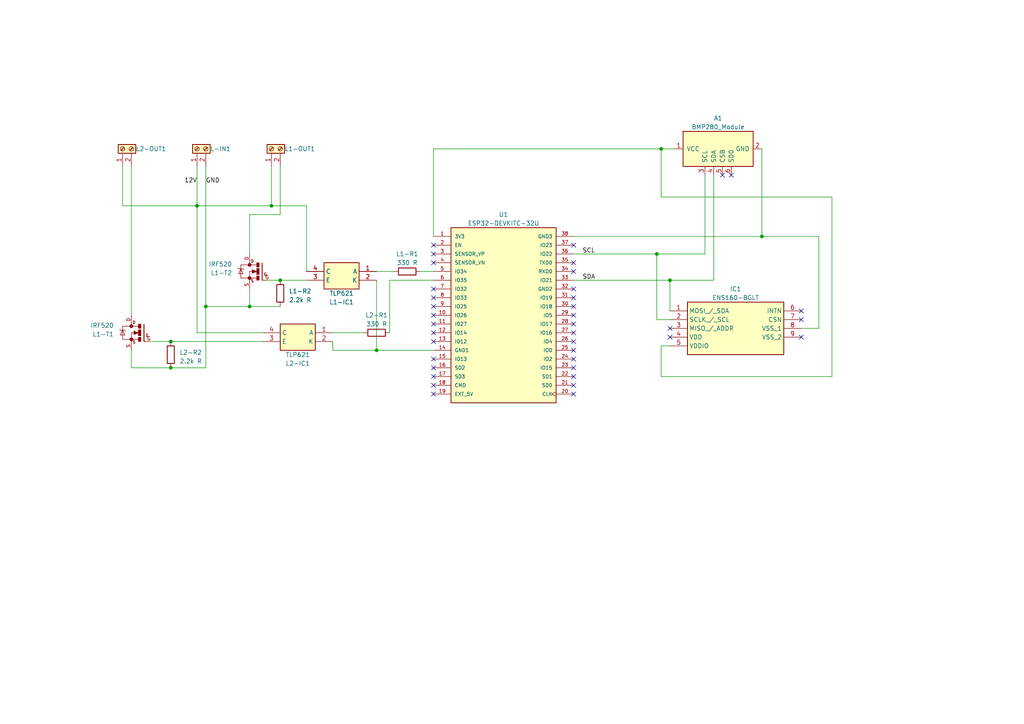
<source format=kicad_sch>
(kicad_sch (version 20230121) (generator eeschema)
  (paper "A4")
  (title_block (title "Olive Turtle Project") (date "2023-05-14") (rev "1.0"))
  (lib_symbols
    (symbol "Charleslabs_Parts:BMP280_Module" (pin_names (offset 1.016))
      (property "Reference" "A" (at -5.08 11.43 0))
      (property "Value" "BMP280_Module" (at 8.89 11.43 0))
      (symbol "BMP280_Module_0_1"
        (rectangle (start -5.08 10.16) (end 5.08 -10.16) (stroke (width 0.254)) (fill (type background)))
      )
      (symbol "BMP280_Module_1_1"
        (pin power_in line (at 0 12.7 270) (length 2.54) (name "VCC") (number "1"))
        (pin power_in line (at 0 -12.7 90) (length 2.54) (name "GND") (number "2"))
        (pin input line (at -7.62 3.81 0) (length 2.54) (name "SCL") (number "3"))
        (pin bidirectional line (at -7.62 1.27 0) (length 2.54) (name "SDA") (number "4"))
        (pin input line (at -7.62 -1.27 0) (length 2.54) (name "CSB") (number "5"))
        (pin input line (at -7.62 -3.81 0) (length 2.54) (name "SD0") (number "6"))
      )
    )
    (symbol "Connector:Screw_Terminal_01x02" (pin_names (offset 1.016) hide)
      (property "Reference" "J" (at 0 2.54 0))
      (property "Value" "Screw_Terminal_01x02" (at 0 -5.08 0))
      (symbol "Screw_Terminal_01x02_1_1"
        (rectangle (start -1.27 1.27) (end 1.27 -3.81) (stroke (width 0.254)) (fill (type background)))
        (circle (center 0 -2.54) (radius 0.635) (stroke (width 0.1524)))
        (polyline (pts (xy -0.5334 -2.2098) (xy 0.3302 -3.048)) (stroke (width 0.1524)))
        (polyline (pts (xy -0.5334 0.3302) (xy 0.3302 -0.508)) (stroke (width 0.1524)))
        (polyline (pts (xy -0.3556 -2.032) (xy 0.508 -2.8702)) (stroke (width 0.1524)))
        (polyline (pts (xy -0.3556 0.508) (xy 0.508 -0.3302)) (stroke (width 0.1524)))
        (circle (center 0 0) (radius 0.635) (stroke (width 0.1524)))
        (pin passive line (at -5.08 0 0) (length 3.81) (name "Pin_1") (number "1"))
        (pin passive line (at -5.08 -2.54 0) (length 3.81) (name "Pin_2") (number "2"))
      )
    )
    (symbol "Device:R" (pin_numbers hide) (pin_names (offset 0))
      (property "Reference" "R" (at 2.032 0 90))
      (property "Value" "R" (at 0 0 90))
      (symbol "R_0_1"
        (rectangle (start -1.016 -2.54) (end 1.016 2.54) (stroke (width 0.254)))
      )
      (symbol "R_1_1"
        (pin passive line (at 0 3.81 270) (length 1.27) (name "~") (number "1"))
        (pin passive line (at 0 -3.81 90) (length 1.27) (name "~") (number "2"))
      )
    )
    (symbol "ENS160-BGLT:ENS160-BGLT"
      (property "Reference" "IC" (at 34.29 7.62 0))
      (property "Value" "ENS160-BGLT" (at 34.29 5.08 0))
      (symbol "ENS160-BGLT_1_1"
        (rectangle (start 5.08 2.54) (end 33.02 -12.7) (stroke (width 0.254)) (fill (type background)))
        (pin passive line (at 0 0 0) (length 5.08) (name "MOSI_/_SDA") (number "1"))
        (pin passive line (at 0 -2.54 0) (length 5.08) (name "SCLK_/_SCL") (number "2"))
        (pin passive line (at 0 -5.08 0) (length 5.08) (name "MISO_/_ADDR") (number "3"))
        (pin passive line (at 0 -7.62 0) (length 5.08) (name "VDD") (number "4"))
        (pin passive line (at 0 -10.16 0) (length 5.08) (name "VDDIO") (number "5"))
        (pin passive line (at 38.1 0 180) (length 5.08) (name "INTN") (number "6"))
        (pin passive line (at 38.1 -2.54 180) (length 5.08) (name "CSN") (number "7"))
        (pin passive line (at 38.1 -5.08 180) (length 5.08) (name "VSS_1") (number "8"))
        (pin passive line (at 38.1 -7.62 180) (length 5.08) (name "VSS_2") (number "9"))
      )
    )
    (symbol "ESP32-DEVKITC-32U:ESP32-DEVKITC-32U" (pin_names (offset 1.016))
      (property "Reference" "U" (at -15.2572 26.0643 0))
      (property "Value" "ESP32-DEVKITC-32U" (at -15.2563 -27.9698 0))
      (symbol "ESP32-DEVKITC-32U_0_0"
        (rectangle (start -15.24 -25.4) (end 15.24 25.4) (stroke (width 0.254)) (fill (type background)))
        (pin power_in line (at -20.32 22.86 0) (length 5.08) (name "3V3") (number "1"))
        (pin bidirectional line (at -20.32 0 0) (length 5.08) (name "IO26") (number "10"))
        (pin bidirectional line (at -20.32 -2.54 0) (length 5.08) (name "IO27") (number "11"))
        (pin bidirectional line (at -20.32 -5.08 0) (length 5.08) (name "IO14") (number "12"))
        (pin bidirectional line (at -20.32 -7.62 0) (length 5.08) (name "IO12") (number "13"))
        (pin power_in line (at -20.32 -10.16 0) (length 5.08) (name "GND1") (number "14"))
        (pin bidirectional line (at -20.32 -12.7 0) (length 5.08) (name "IO13") (number "15"))
        (pin bidirectional line (at -20.32 -15.24 0) (length 5.08) (name "SD2") (number "16"))
        (pin bidirectional line (at -20.32 -17.78 0) (length 5.08) (name "SD3") (number "17"))
        (pin bidirectional line (at -20.32 -20.32 0) (length 5.08) (name "CMD") (number "18"))
        (pin power_in line (at -20.32 -22.86 0) (length 5.08) (name "EXT_5V") (number "19"))
        (pin input line (at -20.32 20.32 0) (length 5.08) (name "EN") (number "2"))
        (pin input clock (at 20.32 -22.86 180) (length 5.08) (name "CLK") (number "20"))
        (pin bidirectional line (at 20.32 -20.32 180) (length 5.08) (name "SD0") (number "21"))
        (pin bidirectional line (at 20.32 -17.78 180) (length 5.08) (name "SD1") (number "22"))
        (pin bidirectional line (at 20.32 -15.24 180) (length 5.08) (name "IO15") (number "23"))
        (pin bidirectional line (at 20.32 -12.7 180) (length 5.08) (name "IO2") (number "24"))
        (pin bidirectional line (at 20.32 -10.16 180) (length 5.08) (name "IO0") (number "25"))
        (pin bidirectional line (at 20.32 -7.62 180) (length 5.08) (name "IO4") (number "26"))
        (pin bidirectional line (at 20.32 -5.08 180) (length 5.08) (name "IO16") (number "27"))
        (pin bidirectional line (at 20.32 -2.54 180) (length 5.08) (name "IO17") (number "28"))
        (pin bidirectional line (at 20.32 0 180) (length 5.08) (name "IO5") (number "29"))
        (pin input line (at -20.32 17.78 0) (length 5.08) (name "SENSOR_VP") (number "3"))
        (pin bidirectional line (at 20.32 2.54 180) (length 5.08) (name "IO18") (number "30"))
        (pin bidirectional line (at 20.32 5.08 180) (length 5.08) (name "IO19") (number "31"))
        (pin power_in line (at 20.32 7.62 180) (length 5.08) (name "GND2") (number "32"))
        (pin bidirectional line (at 20.32 10.16 180) (length 5.08) (name "IO21") (number "33"))
        (pin input line (at 20.32 12.7 180) (length 5.08) (name "RXD0") (number "34"))
        (pin output line (at 20.32 15.24 180) (length 5.08) (name "TXD0") (number "35"))
        (pin bidirectional line (at 20.32 17.78 180) (length 5.08) (name "IO22") (number "36"))
        (pin bidirectional line (at 20.32 20.32 180) (length 5.08) (name "IO23") (number "37"))
        (pin power_in line (at 20.32 22.86 180) (length 5.08) (name "GND3") (number "38"))
        (pin input line (at -20.32 15.24 0) (length 5.08) (name "SENSOR_VN") (number "4"))
        (pin bidirectional line (at -20.32 12.7 0) (length 5.08) (name "IO34") (number "5"))
        (pin bidirectional line (at -20.32 10.16 0) (length 5.08) (name "IO35") (number "6"))
        (pin bidirectional line (at -20.32 7.62 0) (length 5.08) (name "IO32") (number "7"))
        (pin bidirectional line (at -20.32 5.08 0) (length 5.08) (name "IO33") (number "8"))
        (pin bidirectional line (at -20.32 2.54 0) (length 5.08) (name "IO25") (number "9"))
      )
    )
    (symbol "IRF520:IRF520" (pin_names (offset 1.016))
      (property "Reference" "Q" (at 7.6271 2.5424 0))
      (property "Value" "IRF520" (at 7.6205 0 0))
      (symbol "IRF520_0_0"
        (rectangle (start -0.254 -2.5402) (end 0.508 -1.27) (stroke (width 0.1)) (fill (type outline)))
        (rectangle (start -0.2542 -0.8897) (end 0.508 0.889) (stroke (width 0.1)) (fill (type outline)))
        (rectangle (start -0.2542 1.2709) (end 0.508 2.54) (stroke (width 0.1)) (fill (type outline)))
        (polyline (pts (xy -1.1176 -2.54) (xy -2.54 -2.54)) (stroke (width 0.1524)))
        (polyline (pts (xy -1.1176 2.413) (xy -1.1176 -2.54)) (stroke (width 0.254)))
        (polyline (pts (xy 0.508 -1.905) (xy 2.54 -1.905)) (stroke (width 0.1524)))
        (polyline (pts (xy 0.508 0) (xy 1.778 -0.508)) (stroke (width 0.1524)))
        (polyline (pts (xy 0.762 0) (xy 1.651 -0.254)) (stroke (width 0.3048)))
        (polyline (pts (xy 1.651 -0.254) (xy 1.651 0)) (stroke (width 0.3048)))
        (polyline (pts (xy 1.651 0) (xy 1.397 0)) (stroke (width 0.3048)))
        (polyline (pts (xy 1.651 0) (xy 2.54 0)) (stroke (width 0.1524)))
        (polyline (pts (xy 1.651 0.254) (xy 0.762 0)) (stroke (width 0.3048)))
        (polyline (pts (xy 1.778 -0.508) (xy 1.778 0.508)) (stroke (width 0.1524)))
        (polyline (pts (xy 1.778 0.508) (xy 0.508 0)) (stroke (width 0.1524)))
        (polyline (pts (xy 2.54 -1.905) (xy 2.54 -2.54)) (stroke (width 0.1524)))
        (polyline (pts (xy 2.54 0) (xy 2.54 -1.905)) (stroke (width 0.1524)))
        (polyline (pts (xy 2.54 1.905) (xy 0.5334 1.905)) (stroke (width 0.1524)))
        (polyline (pts (xy 2.54 1.905) (xy 5.08 1.905)) (stroke (width 0.1524)))
        (polyline (pts (xy 2.54 2.54) (xy 2.54 1.905)) (stroke (width 0.1524)))
        (polyline (pts (xy 4.445 -0.635) (xy 5.715 -0.635)) (stroke (width 0.1524)))
        (polyline (pts (xy 4.445 0.762) (xy 4.191 0.508)) (stroke (width 0.1524)))
        (polyline (pts (xy 4.445 0.762) (xy 5.08 0.762)) (stroke (width 0.1524)))
        (polyline (pts (xy 5.08 -1.905) (xy 2.54 -1.905)) (stroke (width 0.1524)))
        (polyline (pts (xy 5.08 0.762) (xy 4.445 -0.635)) (stroke (width 0.1524)))
        (polyline (pts (xy 5.08 0.762) (xy 5.08 -1.905)) (stroke (width 0.1524)))
        (polyline (pts (xy 5.08 0.762) (xy 5.715 0.762)) (stroke (width 0.1524)))
        (polyline (pts (xy 5.08 1.905) (xy 5.08 0.762)) (stroke (width 0.1524)))
        (polyline (pts (xy 5.715 -0.635) (xy 5.08 0.762)) (stroke (width 0.1524)))
        (polyline (pts (xy 5.715 0.762) (xy 5.969 1.016)) (stroke (width 0.1524)))
        (circle (center 2.54 -1.905) (radius 0.127) (stroke (width 0.4064)))
        (circle (center 2.54 1.905) (radius 0.127) (stroke (width 0.4064)))
        (text "D" (at 1.2721 2.5442 0) (effects (font (size 0.8141 0.8141)) (justify left bottom)))
        (text "G" (at -2.544 -1.272 0) (effects (font (size 0.8141 0.8141)) (justify left bottom)))
        (text "S" (at 1.2715 -3.1788 0) (effects (font (size 0.8138 0.8138)) (justify left bottom)))
        (pin passive line (at 2.54 5.08 270) (length 2.54) (name "~") (number "D"))
        (pin passive line (at -2.54 -2.54 0) (length 0) (name "~") (number "G"))
        (pin passive line (at 2.54 -5.08 90) (length 2.54) (name "~") (number "S"))
      )
    )
    (symbol "TLP621:TLP621"
      (property "Reference" "IC" (at 16.51 7.62 0))
      (property "Value" "TLP621" (at 16.51 5.08 0))
      (symbol "TLP621_1_1"
        (rectangle (start 5.08 2.54) (end 15.24 -5.08) (stroke (width 0.254)) (fill (type background)))
        (pin passive line (at 0 0 0) (length 5.08) (name "A") (number "1"))
        (pin passive line (at 0 -2.54 0) (length 5.08) (name "K") (number "2"))
        (pin passive line (at 20.32 -2.54 180) (length 5.08) (name "E") (number "3"))
        (pin passive line (at 20.32 0 180) (length 5.08) (name "C") (number "4"))
      )
    )
  )
  (junction (at 191.77 43.18))
  (junction (at 59.69 88.9))
  (junction (at 49.53 99.06))
  (junction (at 57.15 59.69))
  (junction (at 81.28 81.28))
  (junction (at 72.39 88.9))
  (junction (at 78.74 59.69))
  (junction (at 220.98 68.58))
  (junction (at 190.5 73.66))
  (junction (at 49.53 106.68))
  (junction (at 109.22 101.6))
  (junction (at 194.31 81.28))
  (no_connect (at 125.73 114.3))
  (no_connect (at 125.73 109.22))
  (no_connect (at 125.73 83.82))
  (no_connect (at 125.73 106.68))
  (no_connect (at 166.37 101.6))
  (no_connect (at 166.37 88.9))
  (no_connect (at 125.73 88.9))
  (no_connect (at 166.37 91.44))
  (no_connect (at 125.73 91.44))
  (no_connect (at 232.41 97.79))
  (no_connect (at 166.37 96.52))
  (no_connect (at 166.37 86.36))
  (no_connect (at 166.37 71.12))
  (no_connect (at 166.37 99.06))
  (no_connect (at 166.37 114.3))
  (no_connect (at 166.37 104.14))
  (no_connect (at 125.73 86.36))
  (no_connect (at 194.31 97.79))
  (no_connect (at 166.37 76.2))
  (no_connect (at 125.73 96.52))
  (no_connect (at 125.73 104.14))
  (no_connect (at 232.41 92.71))
  (no_connect (at 125.73 76.2))
  (no_connect (at 125.73 71.12))
  (no_connect (at 209.55 50.8))
  (no_connect (at 232.41 90.17))
  (no_connect (at 125.73 93.98))
  (no_connect (at 166.37 93.98))
  (no_connect (at 166.37 78.74))
  (no_connect (at 212.09 50.8))
  (no_connect (at 125.73 111.76))
  (no_connect (at 194.31 95.25))
  (no_connect (at 166.37 83.82))
  (no_connect (at 125.73 73.66))
  (no_connect (at 125.73 99.06))
  (no_connect (at 166.37 106.68))
  (no_connect (at 166.37 109.22))
  (no_connect (at 166.37 111.76))
  (wire (pts (xy 125.73 81.28) (xy 113.03 81.28)))
  (wire (pts (xy 125.73 101.6) (xy 109.22 101.6)))
  (wire (pts (xy 204.47 73.66) (xy 204.47 50.8)))
  (wire (pts (xy 72.39 83.82) (xy 72.39 88.9)))
  (wire (pts (xy 57.15 59.69) (xy 78.74 59.69)))
  (wire (pts (xy 38.1 48.26) (xy 38.1 91.44)))
  (wire (pts (xy 81.28 81.28) (xy 88.9 81.28)))
  (wire (pts (xy 77.47 81.28) (xy 81.28 81.28)))
  (wire (pts (xy 121.92 78.74) (xy 125.73 78.74)))
  (wire (pts (xy 194.31 81.28) (xy 194.31 90.17)))
  (wire (pts (xy 49.53 106.68) (xy 59.69 106.68)))
  (wire (pts (xy 166.37 73.66) (xy 190.5 73.66)))
  (wire (pts (xy 57.15 59.69) (xy 35.56 59.69)))
  (wire (pts (xy 125.73 43.18) (xy 191.77 43.18)))
  (wire (pts (xy 88.9 59.69) (xy 78.74 59.69)))
  (wire (pts (xy 191.77 100.33) (xy 191.77 109.22)))
  (wire (pts (xy 59.69 106.68) (xy 59.69 88.9)))
  (wire (pts (xy 241.3 109.22) (xy 241.3 57.15)))
  (wire (pts (xy 241.3 57.15) (xy 191.77 57.15)))
  (wire (pts (xy 166.37 68.58) (xy 220.98 68.58)))
  (wire (pts (xy 237.49 95.25) (xy 237.49 68.58)))
  (wire (pts (xy 190.5 73.66) (xy 204.47 73.66)))
  (wire (pts (xy 220.98 43.18) (xy 220.98 68.58)))
  (wire (pts (xy 59.69 48.26) (xy 59.69 88.9)))
  (wire (pts (xy 72.39 62.23) (xy 72.39 73.66)))
  (wire (pts (xy 88.9 78.74) (xy 88.9 59.69)))
  (wire (pts (xy 166.37 81.28) (xy 194.31 81.28)))
  (wire (pts (xy 232.41 95.25) (xy 237.49 95.25)))
  (wire (pts (xy 38.1 101.6) (xy 38.1 106.68)))
  (wire (pts (xy 49.53 99.06) (xy 76.2 99.06)))
  (wire (pts (xy 207.01 81.28) (xy 207.01 50.8)))
  (wire (pts (xy 35.56 59.69) (xy 35.56 48.26)))
  (wire (pts (xy 113.03 81.28) (xy 113.03 96.52)))
  (wire (pts (xy 57.15 96.52) (xy 76.2 96.52)))
  (wire (pts (xy 194.31 92.71) (xy 190.5 92.71)))
  (wire (pts (xy 72.39 88.9) (xy 59.69 88.9)))
  (wire (pts (xy 43.18 99.06) (xy 49.53 99.06)))
  (wire (pts (xy 109.22 78.74) (xy 114.3 78.74)))
  (wire (pts (xy 109.22 81.28) (xy 109.22 101.6)))
  (wire (pts (xy 191.77 57.15) (xy 191.77 43.18)))
  (wire (pts (xy 109.22 101.6) (xy 96.52 101.6)))
  (wire (pts (xy 191.77 43.18) (xy 195.58 43.18)))
  (wire (pts (xy 72.39 88.9) (xy 81.28 88.9)))
  (wire (pts (xy 81.28 48.26) (xy 81.28 62.23)))
  (wire (pts (xy 57.15 48.26) (xy 57.15 59.69)))
  (wire (pts (xy 194.31 81.28) (xy 207.01 81.28)))
  (wire (pts (xy 57.15 59.69) (xy 57.15 96.52)))
  (wire (pts (xy 237.49 68.58) (xy 220.98 68.58)))
  (wire (pts (xy 191.77 109.22) (xy 241.3 109.22)))
  (wire (pts (xy 78.74 59.69) (xy 78.74 48.26)))
  (wire (pts (xy 81.28 62.23) (xy 72.39 62.23)))
  (wire (pts (xy 125.73 68.58) (xy 125.73 43.18)))
  (wire (pts (xy 190.5 92.71) (xy 190.5 73.66)))
  (wire (pts (xy 38.1 106.68) (xy 49.53 106.68)))
  (wire (pts (xy 194.31 100.33) (xy 191.77 100.33)))
  (wire (pts (xy 96.52 101.6) (xy 96.52 99.06)))
  (wire (pts (xy 96.52 96.52) (xy 105.41 96.52)))
  (label "SDA" (at 168.91 81.28 0))
  (label "GND" (at 59.69 53.34 0))
  (label "SCL" (at 168.91 73.66 0))
  (label "12V" (at 57.15 53.34 180))
  (symbol (lib_id "Connector:Screw_Terminal_01x02") (at 57.15 43.18 90) (unit 1)
    (property "Reference" "L-IN1" (at 60.96 43.18 90) (effects (justify right)))
    (property "Value" "Screw_Terminal_01x02" (effects hide))
    (property "Footprint" "TerminalBlock:TerminalBlock_bornier-2_P5.08mm" (effects hide))
  )
  (symbol (lib_id "Device:R") (at 81.28 85.09 180) (unit 1)
    (property "Reference" "L1-R2" (at 83.82 84.455 0) (effects (justify right)))
    (property "Value" "2.2k R" (at 83.82 86.995 0) (effects (justify right)))
  )
  (symbol (lib_id "Device:R") (at 118.11 78.74 90) (unit 1)
    (property "Reference" "L1-R1" (at 118.11 73.66 90))
    (property "Value" "330 R" (at 118.11 76.2 90))
  )
  (symbol (lib_id "ENS160-BGLT:ENS160-BGLT") (at 194.31 90.17 0) (unit 1)
    (property "Reference" "IC1" (at 213.36 83.82 0))
    (property "Value" "ENS160-BGLT" (at 213.36 86.36 0))
    (property "Footprint" "ENS160BGLT" (effects hide))
    (property "Datasheet" "https://www.sciosense.com/wp-content/uploads/documents/SC-001224-DS-6-ENS160-Datasheet-Version-1.0-1.pdf" (effects hide))
    (property "Height" "0.9" (effects hide))
    (property "Manufacturer_Name" "ScioSense" (effects hide))
    (property "Manufacturer_Part_Number" "ENS160-BGLT" (effects hide))
    (property "Mouser Part Number" "135-ENS160-BGLT" (effects hide))
    (property "Mouser Price/Stock" "https://www.mouser.co.uk/ProductDetail/ScioSense/ENS160-BGLT?qs=DRkmTr78QAQdCF%2F7WcskoA%3D%3D" (effects hide))
  )
  (symbol (lib_id "IRF520:IRF520") (at 74.93 78.74 0) (mirror y) (unit 1)
    (property "Reference" "L1-T2" (at 67.31 79.158 0) (effects (justify left)))
    (property "Value" "IRF520" (at 67.31 76.618 0) (effects (justify left)))
    (property "Footprint" "TO220BV" (effects hide))
  )
  (symbol (lib_id "TLP621:TLP621") (at 109.22 78.74 0) (mirror y) (unit 1)
    (property "Reference" "L1-IC1" (at 99.06 87.63 0))
    (property "Value" "TLP621" (at 99.06 85.09 0))
    (property "Footprint" "DIP762W60P254L460H450Q4N" (effects hide))
    (property "Datasheet" "https://www.arrow.com/en/products/tlp621/isocom" (effects hide))
    (property "Height" "4.5" (effects hide))
    (property "Manufacturer_Name" "Isocom" (effects hide))
    (property "Manufacturer_Part_Number" "TLP621" (effects hide))
    (property "Arrow Part Number" "TLP621" (effects hide))
    (property "Arrow Price/Stock" "https://www.arrow.com/en/products/tlp621/isocom?region=nac" (effects hide))
  )
  (symbol (lib_id "Device:R") (at 49.53 102.87 180) (unit 1)
    (property "Reference" "L2-R2" (at 52.07 102.235 0) (effects (justify right)))
    (property "Value" "2.2k R" (at 52.07 104.775 0) (effects (justify right)))
  )
  (symbol (lib_id "Connector:Screw_Terminal_01x02") (at 35.56 43.18 90) (unit 1)
    (property "Reference" "L2-OUT1" (at 39.37 43.18 90) (effects (justify right)))
    (property "Value" "Screw_Terminal_01x02" (effects hide))
    (property "Footprint" "TerminalBlock:TerminalBlock_bornier-2_P5.08mm" (effects hide))
  )
  (symbol (lib_id "Device:R") (at 109.22 96.52 90) (unit 1)
    (property "Reference" "L2-R1" (at 109.22 91.44 90))
    (property "Value" "330 R" (at 109.22 93.98 90))
  )
  (symbol (lib_id "ESP32-DEVKITC-32U:ESP32-DEVKITC-32U") (at 146.05 91.44 0) (unit 1)
    (property "Reference" "U1" (at 146.05 62.23 0))
    (property "Value" "ESP32-DEVKITC-32U" (at 146.05 64.77 0))
    (property "Footprint" "MODULE_ESP32-DEVKITC-32U" (effects hide))
    (property "PARTREV" "N/A" (effects hide))
    (property "STANDARD" "Manufacturer Recommendations" (effects hide))
    (property "MANUFACTURER" "ESPRESSIF" (effects hide))
  )
  (symbol (lib_id "TLP621:TLP621") (at 96.52 96.52 0) (mirror y) (unit 1)
    (property "Reference" "L2-IC1" (at 86.36 105.41 0))
    (property "Value" "TLP621" (at 86.36 102.87 0))
    (property "Footprint" "DIP762W60P254L460H450Q4N" (effects hide))
    (property "Datasheet" "https://www.arrow.com/en/products/tlp621/isocom" (effects hide))
    (property "Height" "4.5" (effects hide))
    (property "Manufacturer_Name" "Isocom" (effects hide))
    (property "Manufacturer_Part_Number" "TLP621" (effects hide))
    (property "Arrow Part Number" "TLP621" (effects hide))
    (property "Arrow Price/Stock" "https://www.arrow.com/en/products/tlp621/isocom?region=nac" (effects hide))
  )
  (symbol (lib_id "IRF520:IRF520") (at 40.64 96.52 0) (mirror y) (unit 1)
    (property "Reference" "L1-T1" (at 33.02 96.938 0) (effects (justify left)))
    (property "Value" "IRF520" (at 33.02 94.398 0) (effects (justify left)))
    (property "Footprint" "TO220BV" (effects hide))
  )
  (symbol (lib_id "Charleslabs_Parts:BMP280_Module") (at 208.28 43.18 90) (unit 1)
    (property "Reference" "A1" (at 208.28 34.29 90))
    (property "Value" "BMP280_Module" (at 208.28 36.83 90))
    (property "Footprint" "Charleslabs_Parts:BMP280_Module" (effects hide))
  )
  (symbol (lib_id "Connector:Screw_Terminal_01x02") (at 78.74 43.18 90) (unit 1)
    (property "Reference" "L1-OUT1" (at 82.55 43.18 90) (effects (justify right)))
    (property "Value" "Screw_Terminal_01x02" (effects hide))
    (property "Footprint" "TerminalBlock:TerminalBlock_bornier-2_P5.08mm" (effects hide))
  )
)
</source>
